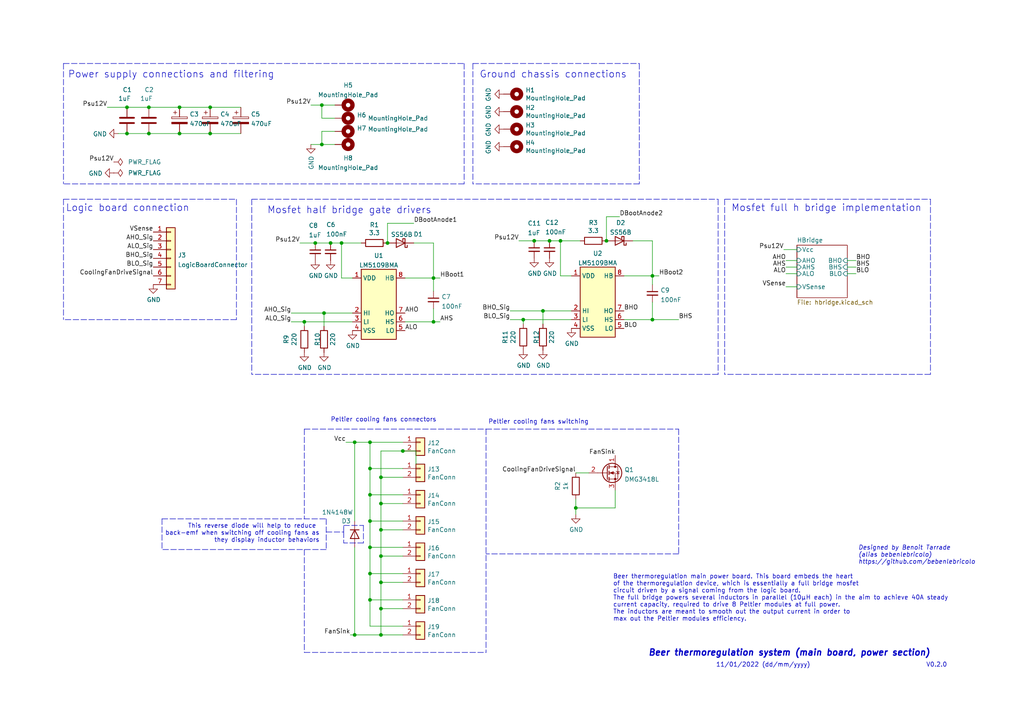
<source format=kicad_sch>
(kicad_sch (version 20211123) (generator eeschema)
  (paper "A4")
  (lib_symbols
    (symbol "Connector_Generic:Conn_01x02" (pin_names (offset 1.016) hide)
      (property "Reference" "J" (at 0 2.54 0))
      (property "Value" "Conn_01x02" (at 0 -5.08 0))
      (symbol "Conn_01x02_1_1"
        (rectangle (start -1.27 -2.413) (end 0 -2.667) (stroke (width 0.1524)))
        (rectangle (start -1.27 0.127) (end 0 -0.127) (stroke (width 0.1524)))
        (rectangle (start -1.27 1.27) (end 1.27 -3.81) (stroke (width 0.254)) (fill (type background)))
        (pin passive line (at -5.08 0 0) (length 3.81) (name "Pin_1") (number "1"))
        (pin passive line (at -5.08 -2.54 0) (length 3.81) (name "Pin_2") (number "2"))
      )
    )
    (symbol "Connector_Generic:Conn_01x07" (pin_names (offset 1.016) hide)
      (property "Reference" "J" (at 0 10.16 0))
      (property "Value" "Conn_01x07" (at 0 -10.16 0))
      (symbol "Conn_01x07_1_1"
        (rectangle (start -1.27 -7.493) (end 0 -7.747) (stroke (width 0.1524)))
        (rectangle (start -1.27 -4.953) (end 0 -5.207) (stroke (width 0.1524)))
        (rectangle (start -1.27 -2.413) (end 0 -2.667) (stroke (width 0.1524)))
        (rectangle (start -1.27 0.127) (end 0 -0.127) (stroke (width 0.1524)))
        (rectangle (start -1.27 2.667) (end 0 2.413) (stroke (width 0.1524)))
        (rectangle (start -1.27 5.207) (end 0 4.953) (stroke (width 0.1524)))
        (rectangle (start -1.27 7.747) (end 0 7.493) (stroke (width 0.1524)))
        (rectangle (start -1.27 8.89) (end 1.27 -8.89) (stroke (width 0.254)) (fill (type background)))
        (pin passive line (at -5.08 7.62 0) (length 3.81) (name "Pin_1") (number "1"))
        (pin passive line (at -5.08 5.08 0) (length 3.81) (name "Pin_2") (number "2"))
        (pin passive line (at -5.08 2.54 0) (length 3.81) (name "Pin_3") (number "3"))
        (pin passive line (at -5.08 0 0) (length 3.81) (name "Pin_4") (number "4"))
        (pin passive line (at -5.08 -2.54 0) (length 3.81) (name "Pin_5") (number "5"))
        (pin passive line (at -5.08 -5.08 0) (length 3.81) (name "Pin_6") (number "6"))
        (pin passive line (at -5.08 -7.62 0) (length 3.81) (name "Pin_7") (number "7"))
      )
    )
    (symbol "Device:C" (pin_numbers hide) (pin_names (offset 0.254))
      (property "Reference" "C" (at 0.635 2.54 0))
      (property "Value" "C" (at 0.635 -2.54 0))
      (symbol "C_0_1"
        (polyline (pts (xy -2.032 -0.762) (xy 2.032 -0.762)) (stroke (width 0.508)))
        (polyline (pts (xy -2.032 0.762) (xy 2.032 0.762)) (stroke (width 0.508)))
      )
      (symbol "C_1_1"
        (pin passive line (at 0 3.81 270) (length 2.794) (name "~") (number "1"))
        (pin passive line (at 0 -3.81 90) (length 2.794) (name "~") (number "2"))
      )
    )
    (symbol "Device:C_Polarized" (pin_numbers hide) (pin_names (offset 0.254))
      (property "Reference" "C" (at 0.635 2.54 0))
      (property "Value" "C_Polarized" (at 0.635 -2.54 0))
      (symbol "C_Polarized_0_1"
        (rectangle (start -2.286 0.508) (end 2.286 1.016))
        (polyline (pts (xy -1.778 2.286) (xy -0.762 2.286)))
        (polyline (pts (xy -1.27 2.794) (xy -1.27 1.778)))
        (rectangle (start 2.286 -0.508) (end -2.286 -1.016) (fill (type outline)))
      )
      (symbol "C_Polarized_1_1"
        (pin passive line (at 0 3.81 270) (length 2.794) (name "~") (number "1"))
        (pin passive line (at 0 -3.81 90) (length 2.794) (name "~") (number "2"))
      )
    )
    (symbol "Device:C_Small" (pin_numbers hide) (pin_names (offset 0.254) hide)
      (property "Reference" "C" (at 0.254 1.778 0))
      (property "Value" "C_Small" (at 0.254 -2.032 0))
      (symbol "C_Small_0_1"
        (polyline (pts (xy -1.524 -0.508) (xy 1.524 -0.508)) (stroke (width 0.3302)))
        (polyline (pts (xy -1.524 0.508) (xy 1.524 0.508)) (stroke (width 0.3048)))
      )
      (symbol "C_Small_1_1"
        (pin passive line (at 0 2.54 270) (length 2.032) (name "~") (number "1"))
        (pin passive line (at 0 -2.54 90) (length 2.032) (name "~") (number "2"))
      )
    )
    (symbol "Device:D_Schottky" (pin_numbers hide) (pin_names (offset 1.016) hide)
      (property "Reference" "D" (at 0 2.54 0))
      (property "Value" "D_Schottky" (at 0 -2.54 0))
      (symbol "D_Schottky_0_1"
        (polyline (pts (xy 1.27 0) (xy -1.27 0)))
        (polyline (pts (xy 1.27 1.27) (xy 1.27 -1.27) (xy -1.27 0) (xy 1.27 1.27)) (stroke (width 0.254)))
        (polyline (pts (xy -1.905 0.635) (xy -1.905 1.27) (xy -1.27 1.27) (xy -1.27 -1.27) (xy -0.635 -1.27) (xy -0.635 -0.635)) (stroke (width 0.254)))
      )
      (symbol "D_Schottky_1_1"
        (pin passive line (at -3.81 0 0) (length 2.54) (name "K") (number "1"))
        (pin passive line (at 3.81 0 180) (length 2.54) (name "A") (number "2"))
      )
    )
    (symbol "Device:Q_NMOS_DGS" (pin_names (offset 0) hide)
      (property "Reference" "Q" (at 5.08 1.27 0))
      (property "Value" "Q_NMOS_DGS" (at 5.08 -1.27 0))
      (symbol "Q_NMOS_DGS_0_1"
        (polyline (pts (xy 0.254 0) (xy -2.54 0)))
        (polyline (pts (xy 0.254 1.905) (xy 0.254 -1.905)) (stroke (width 0.254)))
        (polyline (pts (xy 0.762 -1.27) (xy 0.762 -2.286)) (stroke (width 0.254)))
        (polyline (pts (xy 0.762 0.508) (xy 0.762 -0.508)) (stroke (width 0.254)))
        (polyline (pts (xy 0.762 2.286) (xy 0.762 1.27)) (stroke (width 0.254)))
        (polyline (pts (xy 2.54 2.54) (xy 2.54 1.778)))
        (polyline (pts (xy 2.54 -2.54) (xy 2.54 0) (xy 0.762 0)))
        (polyline (pts (xy 0.762 -1.778) (xy 3.302 -1.778) (xy 3.302 1.778) (xy 0.762 1.778)))
        (polyline (pts (xy 1.016 0) (xy 2.032 0.381) (xy 2.032 -0.381) (xy 1.016 0)) (fill (type outline)))
        (polyline (pts (xy 2.794 0.508) (xy 2.921 0.381) (xy 3.683 0.381) (xy 3.81 0.254)))
        (polyline (pts (xy 3.302 0.381) (xy 2.921 -0.254) (xy 3.683 -0.254) (xy 3.302 0.381)))
        (circle (center 1.651 0) (radius 2.794) (stroke (width 0.254)))
        (circle (center 2.54 -1.778) (radius 0.254) (fill (type outline)))
        (circle (center 2.54 1.778) (radius 0.254) (fill (type outline)))
      )
      (symbol "Q_NMOS_DGS_1_1"
        (pin passive line (at 2.54 5.08 270) (length 2.54) (name "D") (number "1"))
        (pin input line (at -5.08 0 0) (length 2.54) (name "G") (number "2"))
        (pin passive line (at 2.54 -5.08 90) (length 2.54) (name "S") (number "3"))
      )
    )
    (symbol "Device:R" (pin_numbers hide) (pin_names (offset 0))
      (property "Reference" "R" (at 2.032 0 90))
      (property "Value" "R" (at 0 0 90))
      (symbol "R_0_1"
        (rectangle (start -1.016 -2.54) (end 1.016 2.54) (stroke (width 0.254)))
      )
      (symbol "R_1_1"
        (pin passive line (at 0 3.81 270) (length 1.27) (name "~") (number "1"))
        (pin passive line (at 0 -3.81 90) (length 1.27) (name "~") (number "2"))
      )
    )
    (symbol "Diode:1N4148W" (pin_numbers hide) (pin_names (offset 1.016) hide)
      (property "Reference" "D" (at 0 2.54 0))
      (property "Value" "1N4148W" (at 0 -2.54 0))
      (symbol "1N4148W_0_1"
        (polyline (pts (xy -1.27 1.27) (xy -1.27 -1.27)) (stroke (width 0.254)))
        (polyline (pts (xy 1.27 0) (xy -1.27 0)))
        (polyline (pts (xy 1.27 1.27) (xy 1.27 -1.27) (xy -1.27 0) (xy 1.27 1.27)) (stroke (width 0.254)))
      )
      (symbol "1N4148W_1_1"
        (pin passive line (at -3.81 0 0) (length 2.54) (name "K") (number "1"))
        (pin passive line (at 3.81 0 180) (length 2.54) (name "A") (number "2"))
      )
    )
    (symbol "Driver_FET:LM5109BMA"
      (property "Reference" "U" (at 0 13.97 0))
      (property "Value" "LM5109BMA" (at 0 11.43 0))
      (symbol "LM5109BMA_0_1"
        (rectangle (start -5.08 -10.16) (end 5.08 10.16) (stroke (width 0.254)) (fill (type background)))
      )
      (symbol "LM5109BMA_1_1"
        (pin power_in line (at -7.62 7.62 0) (length 2.54) (name "VDD") (number "1"))
        (pin input line (at -7.62 -2.54 0) (length 2.54) (name "HI") (number "2"))
        (pin input line (at -7.62 -5.08 0) (length 2.54) (name "LI") (number "3"))
        (pin power_in line (at -7.62 -7.62 0) (length 2.54) (name "VSS") (number "4"))
        (pin output line (at 7.62 -7.62 180) (length 2.54) (name "LO") (number "5"))
        (pin passive line (at 7.62 -5.08 180) (length 2.54) (name "HS") (number "6"))
        (pin output line (at 7.62 -2.54 180) (length 2.54) (name "HO") (number "7"))
        (pin passive line (at 7.62 7.62 180) (length 2.54) (name "HB") (number "8"))
      )
    )
    (symbol "Mechanical:MountingHole_Pad" (pin_numbers hide) (pin_names (offset 1.016) hide)
      (property "Reference" "H" (at 0 6.35 0))
      (property "Value" "MountingHole_Pad" (at 0 4.445 0))
      (symbol "MountingHole_Pad_0_1"
        (circle (center 0 1.27) (radius 1.27) (stroke (width 1.27)))
      )
      (symbol "MountingHole_Pad_1_1"
        (pin input line (at 0 -2.54 90) (length 2.54) (name "1") (number "1"))
      )
    )
    (symbol "power:GND" (power) (pin_names (offset 0))
      (property "Value" "GND" (at 0 -3.81 0))
      (symbol "GND_0_1"
        (polyline (pts (xy 0 0) (xy 0 -1.27) (xy 1.27 -1.27) (xy 0 -2.54) (xy -1.27 -1.27) (xy 0 -1.27)))
      )
      (symbol "GND_1_1"
        (pin power_in line (at 0 0 270) (length 0) hide (name "GND") (number "1"))
      )
    )
    (symbol "power:PWR_FLAG" (power) (pin_numbers hide) (pin_names (offset 0) hide)
      (property "Value" "PWR_FLAG" (at 0 3.81 0))
      (symbol "PWR_FLAG_0_0"
        (pin power_out line (at 0 0 90) (length 0) (name "pwr") (number "1"))
      )
      (symbol "PWR_FLAG_0_1"
        (polyline (pts (xy 0 0) (xy 0 1.27) (xy -1.016 1.905) (xy 0 2.54) (xy 1.016 1.905) (xy 0 1.27)))
      )
    )
  )
  (junction (at 110.49 168.91))
  (junction (at 112.395 70.485))
  (junction (at 157.48 90.17))
  (junction (at 110.49 138.43))
  (junction (at 159.385 69.85))
  (junction (at 60.96 38.735))
  (junction (at 88.265 93.345))
  (junction (at 107.315 128.27))
  (junction (at 99.06 70.485))
  (junction (at 125.73 80.645))
  (junction (at 91.44 70.485))
  (junction (at 93.98 90.805))
  (junction (at 107.315 166.37))
  (junction (at 116.84 130.81))
  (junction (at 189.23 80.01))
  (junction (at 110.49 161.29))
  (junction (at 175.895 69.85))
  (junction (at 60.96 31.115))
  (junction (at 107.315 173.99))
  (junction (at 36.83 38.735))
  (junction (at 52.07 38.735))
  (junction (at 43.18 38.735))
  (junction (at 52.07 31.115))
  (junction (at 107.315 143.51))
  (junction (at 107.315 158.75))
  (junction (at 43.18 31.115))
  (junction (at 189.23 92.71))
  (junction (at 162.56 69.85))
  (junction (at 95.885 70.485))
  (junction (at 110.49 153.67))
  (junction (at 107.315 135.89))
  (junction (at 110.49 146.05))
  (junction (at 102.87 128.27))
  (junction (at 125.73 93.345))
  (junction (at 167.005 147.32))
  (junction (at 110.49 176.53))
  (junction (at 36.83 31.115))
  (junction (at 154.94 69.85))
  (junction (at 102.87 184.15))
  (junction (at 93.345 30.48))
  (junction (at 93.345 41.91))
  (junction (at 151.765 92.71))
  (junction (at 107.315 151.13))
  (junction (at 110.49 184.15))
  (wire (pts (xy 116.84 158.75) (xy 107.315 158.75)))
  (wire (pts (xy 116.84 168.91) (xy 110.49 168.91)))
  (wire (pts (xy 88.265 93.345) (xy 88.265 94.615)))
  (wire (pts (xy 116.84 176.53) (xy 110.49 176.53)))
  (polyline (pts (xy 137.16 18.415) (xy 137.16 53.34)))
  (wire (pts (xy 112.395 64.77) (xy 120.015 64.77)))
  (wire (pts (xy 189.23 87.63) (xy 189.23 92.71)))
  (polyline (pts (xy 185.42 53.34) (xy 137.16 53.34)))
  (polyline (pts (xy 269.875 108.585) (xy 210.185 108.585)))
  (wire (pts (xy 34.29 38.735) (xy 36.83 38.735)))
  (wire (pts (xy 120.65 130.81) (xy 116.84 130.81)))
  (wire (pts (xy 116.84 166.37) (xy 107.315 166.37)))
  (wire (pts (xy 227.965 79.375) (xy 231.14 79.375)))
  (wire (pts (xy 178.435 147.32) (xy 167.005 147.32)))
  (polyline (pts (xy 134.62 53.34) (xy 18.415 53.34)))
  (wire (pts (xy 52.07 31.115) (xy 60.96 31.115)))
  (wire (pts (xy 107.315 173.99) (xy 107.315 181.61)))
  (wire (pts (xy 93.345 34.29) (xy 97.155 34.29)))
  (wire (pts (xy 150.495 69.85) (xy 154.94 69.85)))
  (wire (pts (xy 110.49 168.91) (xy 110.49 176.53)))
  (wire (pts (xy 125.73 93.345) (xy 127.635 93.345)))
  (polyline (pts (xy 210.185 57.785) (xy 210.185 108.585)))
  (polyline (pts (xy 68.58 57.785) (xy 68.58 92.71)))
  (polyline (pts (xy 140.97 124.46) (xy 196.85 124.46)))
  (wire (pts (xy 36.83 31.115) (xy 43.18 31.115)))
  (polyline (pts (xy 99.695 154.305) (xy 99.695 152.4)))
  (wire (pts (xy 168.275 69.85) (xy 162.56 69.85)))
  (wire (pts (xy 125.73 70.485) (xy 125.73 80.645)))
  (polyline (pts (xy 269.875 57.785) (xy 269.875 108.585)))
  (wire (pts (xy 104.775 70.485) (xy 99.06 70.485)))
  (wire (pts (xy 107.315 158.75) (xy 107.315 166.37)))
  (wire (pts (xy 93.345 30.48) (xy 97.155 30.48)))
  (polyline (pts (xy 137.16 18.415) (xy 185.42 18.415)))
  (polyline (pts (xy 88.265 189.23) (xy 140.97 189.23)))
  (polyline (pts (xy 18.415 18.415) (xy 134.62 18.415)))
  (wire (pts (xy 175.895 69.85) (xy 175.895 62.865)))
  (wire (pts (xy 125.73 93.345) (xy 125.73 89.535)))
  (wire (pts (xy 110.49 130.81) (xy 110.49 138.43)))
  (wire (pts (xy 110.49 146.05) (xy 110.49 153.67)))
  (wire (pts (xy 84.455 93.345) (xy 88.265 93.345)))
  (wire (pts (xy 180.975 92.71) (xy 189.23 92.71)))
  (wire (pts (xy 116.84 146.05) (xy 110.49 146.05)))
  (wire (pts (xy 227.965 75.565) (xy 231.14 75.565)))
  (polyline (pts (xy 73.025 57.785) (xy 208.28 57.785)))
  (polyline (pts (xy 94.615 154.305) (xy 99.695 154.305)))
  (wire (pts (xy 117.475 80.645) (xy 125.73 80.645)))
  (wire (pts (xy 120.015 70.485) (xy 125.73 70.485)))
  (wire (pts (xy 175.895 62.865) (xy 179.705 62.865)))
  (wire (pts (xy 99.06 80.645) (xy 102.235 80.645)))
  (polyline (pts (xy 196.85 160.655) (xy 140.97 160.655)))
  (wire (pts (xy 90.17 41.91) (xy 93.345 41.91)))
  (wire (pts (xy 93.345 30.48) (xy 93.345 34.29)))
  (wire (pts (xy 245.745 79.375) (xy 248.285 79.375)))
  (polyline (pts (xy 73.025 57.785) (xy 73.025 108.585)))
  (wire (pts (xy 178.435 142.24) (xy 178.435 147.32)))
  (polyline (pts (xy 46.99 150.495) (xy 46.99 159.385)))
  (wire (pts (xy 110.49 161.29) (xy 110.49 168.91)))
  (wire (pts (xy 107.315 151.13) (xy 107.315 158.75)))
  (wire (pts (xy 227.965 83.185) (xy 231.14 83.185)))
  (wire (pts (xy 91.44 70.485) (xy 95.885 70.485)))
  (polyline (pts (xy 196.85 124.46) (xy 196.85 160.655)))
  (wire (pts (xy 43.18 38.735) (xy 52.07 38.735)))
  (wire (pts (xy 227.965 77.47) (xy 231.14 77.47)))
  (polyline (pts (xy 210.185 57.785) (xy 269.875 57.785)))
  (wire (pts (xy 120.65 134.62) (xy 120.65 130.81)))
  (polyline (pts (xy 94.615 150.495) (xy 94.615 159.385)))
  (wire (pts (xy 102.87 128.27) (xy 107.315 128.27)))
  (polyline (pts (xy 18.415 57.785) (xy 68.58 57.785)))
  (polyline (pts (xy 185.42 18.415) (xy 185.42 53.34)))
  (wire (pts (xy 116.84 130.81) (xy 110.49 130.81)))
  (polyline (pts (xy 18.415 57.785) (xy 18.415 92.71)))
  (polyline (pts (xy 46.99 150.495) (xy 94.615 150.495)))
  (wire (pts (xy 102.87 158.75) (xy 102.87 184.15)))
  (wire (pts (xy 86.995 70.485) (xy 91.44 70.485)))
  (wire (pts (xy 167.005 137.16) (xy 170.815 137.16)))
  (wire (pts (xy 159.385 69.85) (xy 162.56 69.85)))
  (polyline (pts (xy 134.62 18.415) (xy 134.62 53.34)))
  (wire (pts (xy 116.84 173.99) (xy 107.315 173.99)))
  (wire (pts (xy 110.49 184.15) (xy 116.84 184.15)))
  (wire (pts (xy 107.315 181.61) (xy 116.84 181.61)))
  (polyline (pts (xy 140.97 124.46) (xy 140.97 189.23)))
  (wire (pts (xy 110.49 153.67) (xy 110.49 161.29)))
  (wire (pts (xy 102.87 128.27) (xy 102.87 151.13)))
  (wire (pts (xy 90.17 30.48) (xy 93.345 30.48)))
  (wire (pts (xy 100.33 128.27) (xy 102.87 128.27)))
  (wire (pts (xy 110.49 138.43) (xy 110.49 146.05)))
  (wire (pts (xy 167.005 147.32) (xy 167.005 144.78)))
  (wire (pts (xy 116.84 128.27) (xy 107.315 128.27)))
  (wire (pts (xy 93.345 41.91) (xy 97.155 41.91)))
  (wire (pts (xy 52.07 38.735) (xy 60.96 38.735)))
  (polyline (pts (xy 88.265 159.385) (xy 88.265 189.23)))
  (polyline (pts (xy 88.265 124.46) (xy 140.97 124.46)))
  (wire (pts (xy 162.56 69.85) (xy 162.56 80.01)))
  (polyline (pts (xy 208.28 108.585) (xy 73.025 108.585)))
  (wire (pts (xy 93.98 90.805) (xy 102.235 90.805)))
  (wire (pts (xy 125.73 80.645) (xy 125.73 84.455)))
  (wire (pts (xy 97.155 38.1) (xy 93.345 38.1)))
  (polyline (pts (xy 68.58 92.71) (xy 18.415 92.71)))
  (polyline (pts (xy 105.41 152.4) (xy 105.41 157.48)))
  (wire (pts (xy 36.83 38.735) (xy 43.18 38.735)))
  (wire (pts (xy 167.005 147.32) (xy 167.005 149.225)))
  (wire (pts (xy 154.94 69.85) (xy 159.385 69.85)))
  (wire (pts (xy 43.18 31.115) (xy 52.07 31.115)))
  (wire (pts (xy 189.23 92.71) (xy 196.85 92.71)))
  (wire (pts (xy 116.84 161.29) (xy 110.49 161.29)))
  (polyline (pts (xy 18.415 18.415) (xy 18.415 53.34)))
  (wire (pts (xy 116.84 135.89) (xy 107.315 135.89)))
  (wire (pts (xy 157.48 90.17) (xy 165.735 90.17)))
  (wire (pts (xy 227.33 72.39) (xy 231.14 72.39)))
  (wire (pts (xy 60.96 31.115) (xy 69.85 31.115)))
  (wire (pts (xy 147.955 90.17) (xy 157.48 90.17)))
  (wire (pts (xy 110.49 176.53) (xy 110.49 184.15)))
  (polyline (pts (xy 94.615 159.385) (xy 46.99 159.385)))
  (wire (pts (xy 117.475 93.345) (xy 125.73 93.345)))
  (wire (pts (xy 116.84 151.13) (xy 107.315 151.13)))
  (wire (pts (xy 245.745 75.565) (xy 248.285 75.565)))
  (polyline (pts (xy 88.265 124.46) (xy 88.265 150.495)))
  (wire (pts (xy 189.23 80.01) (xy 189.23 82.55)))
  (wire (pts (xy 93.345 38.1) (xy 93.345 41.91)))
  (wire (pts (xy 116.84 138.43) (xy 110.49 138.43)))
  (wire (pts (xy 102.87 184.15) (xy 110.49 184.15)))
  (wire (pts (xy 245.745 77.47) (xy 248.285 77.47)))
  (wire (pts (xy 183.515 69.85) (xy 189.23 69.85)))
  (wire (pts (xy 107.315 143.51) (xy 107.315 151.13)))
  (wire (pts (xy 112.395 64.77) (xy 112.395 70.485)))
  (polyline (pts (xy 208.28 57.785) (xy 208.28 108.585)))
  (polyline (pts (xy 99.695 154.305) (xy 99.695 157.48)))
  (wire (pts (xy 151.765 92.71) (xy 151.765 93.98)))
  (wire (pts (xy 84.455 90.805) (xy 93.98 90.805)))
  (wire (pts (xy 157.48 90.17) (xy 157.48 93.98)))
  (wire (pts (xy 95.885 70.485) (xy 99.06 70.485)))
  (wire (pts (xy 162.56 80.01) (xy 165.735 80.01)))
  (wire (pts (xy 88.265 93.345) (xy 102.235 93.345)))
  (wire (pts (xy 116.84 143.51) (xy 107.315 143.51)))
  (wire (pts (xy 99.06 70.485) (xy 99.06 80.645)))
  (wire (pts (xy 116.84 153.67) (xy 110.49 153.67)))
  (wire (pts (xy 107.315 135.89) (xy 107.315 143.51)))
  (wire (pts (xy 180.975 80.01) (xy 189.23 80.01)))
  (wire (pts (xy 189.23 69.85) (xy 189.23 80.01)))
  (polyline (pts (xy 99.695 152.4) (xy 105.41 152.4)))
  (wire (pts (xy 101.6 184.15) (xy 102.87 184.15)))
  (wire (pts (xy 147.955 92.71) (xy 151.765 92.71)))
  (wire (pts (xy 151.765 92.71) (xy 165.735 92.71)))
  (polyline (pts (xy 105.41 157.48) (xy 99.695 157.48)))
  (wire (pts (xy 93.98 90.805) (xy 93.98 94.615)))
  (wire (pts (xy 60.96 38.735) (xy 69.85 38.735)))
  (wire (pts (xy 31.115 31.115) (xy 36.83 31.115)))
  (wire (pts (xy 125.73 80.645) (xy 127.635 80.645)))
  (wire (pts (xy 107.315 166.37) (xy 107.315 173.99)))
  (wire (pts (xy 107.315 128.27) (xy 107.315 135.89)))
  (wire (pts (xy 189.23 80.01) (xy 191.135 80.01)))
  (text "Peltier cooling fans connectors" (at 95.885 122.555 0) (effects (font (size 1.27 1.27)) (justify left bottom)))
  (text "Logic board connection" (at 19.05 61.595 0) (effects (font (size 2 2)) (justify left bottom)))
  (text "This reverse diode will help to reduce \nback-emf when switching off cooling fans as\nthey display inductor behaviors" (at 92.71 157.48 0) (effects (font (size 1.27 1.27)) (justify right bottom)))
  (text "Mosfet half bridge gate drivers" (at 77.47 62.23 0) (effects (font (size 2 2)) (justify left bottom)))
  (text "Designed by Benoit Tarrade\n(alias bebenlebricolo)\nhttps://github.com/bebenlebricolo" (at 248.92 163.83 0) (effects (font (size 1.27 1.27) italic) (justify left bottom)))
  (text "11/01/2022 (dd/mm/yyyy)" (at 207.645 193.675 0) (effects (font (size 1.27 1.27)) (justify left bottom)))
  (text "Ground chassis connections" (at 139.065 22.86 0) (effects (font (size 2 2)) (justify left bottom)))
  (text "Peltier cooling fans switching" (at 141.605 123.19 0) (effects (font (size 1.27 1.27)) (justify left bottom)))
  (text "Mosfet full h bridge implementation" (at 212.09 61.595 0) (effects (font (size 2 2)) (justify left bottom)))
  (text "Power supply connections and filtering" (at 19.685 22.86 0) (effects (font (size 2 2)) (justify left bottom)))
  (text "V0.2.0" (at 268.605 193.675 0) (effects (font (size 1.27 1.27)) (justify left bottom)))
  (text "Beer thermoregulation main power board. This board embeds the heart\nof the thermoregulation device, which is essentially a full bridge mosfet\ncircuit driven by a signal coming from the logic board.\nThe full bridge powers several inductors in parallel (10µH each) in the aim to achieve 40A steady \ncurrent capacity, required to drive 8 Peltier modules at full power.\nThe inductors are meant to smooth out the output current in order to\nmax out the Peltier modules efficiency." (at 177.8 180.34 0) (effects (font (size 1.27 1.27)) (justify left bottom)))
  (text "Beer thermoregulation system (main board, power section)" (at 187.96 190.5 0) (effects (font (size 1.8034 1.8034) (thickness 0.3607) bold italic) (justify left bottom)))
  (label "AHO" (at 117.475 90.805 0))
  (label "ALO_Sig" (at 84.455 93.345 180))
  (label "Psu12V" (at 31.115 31.115 180))
  (label "BHO_Sig" (at 147.955 90.17 180))
  (label "Psu12V" (at 227.33 72.39 180))
  (label "Psu12V" (at 90.17 30.48 180))
  (label "BLO" (at 180.975 95.25 0))
  (label "AHS" (at 127.635 93.345 0))
  (label "BHO_Sig" (at 44.45 74.93 180))
  (label "HBoot1" (at 127.635 80.645 0))
  (label "FanSink" (at 178.435 132.08 180))
  (label "Psu12V" (at 86.995 70.485 180))
  (label "AHO" (at 227.965 75.565 180))
  (label "AHO_Sig" (at 84.455 90.805 180))
  (label "BLO_Sig" (at 147.955 92.71 180))
  (label "ALO" (at 117.475 95.885 0))
  (label "AHO_Sig" (at 44.45 69.85 180))
  (label "BLO_Sig" (at 44.45 77.47 180))
  (label "DBootAnode2" (at 179.705 62.865 0))
  (label "CoolingFanDriveSignal" (at 167.005 137.16 180))
  (label "ALO_Sig" (at 44.45 72.39 180))
  (label "ALO" (at 227.965 79.375 180))
  (label "Psu12V" (at 150.495 69.85 180))
  (label "FanSink" (at 101.6 184.15 180))
  (label "Psu12V" (at 33.02 46.99 180))
  (label "BHO" (at 248.285 75.565 0))
  (label "Vcc" (at 100.33 128.27 180))
  (label "CoolingFanDriveSignal" (at 44.45 80.01 180))
  (label "BHS" (at 196.85 92.71 0))
  (label "BHO" (at 180.975 90.17 0))
  (label "BHS" (at 248.285 77.47 0))
  (label "DBootAnode1" (at 120.015 64.77 0))
  (label "BLO" (at 248.285 79.375 0))
  (label "VSense" (at 227.965 83.185 180))
  (label "VSense" (at 44.45 67.31 180))
  (label "HBoot2" (at 191.135 80.01 0))
  (label "AHS" (at 227.965 77.47 180))
  (symbol (lib_id "power:GND") (at 34.29 38.735 270) (unit 1)
    (property "Reference" "#PWR02" (effects hide))
    (property "Value" "GND" (at 31.0388 38.862 90) (effects (justify right)))
  )
  (symbol (lib_id "Device:C") (at 43.18 34.925 0) (unit 1)
    (property "Reference" "C2" (at 41.91 26.035 0) (effects (justify left)))
    (property "Value" "1uF" (at 40.64 28.575 0) (effects (justify left)))
    (property "Footprint" "Capacitor_SMD:C_1206_3216Metric_Pad1.33x1.80mm_HandSolder" (effects hide))
  )
  (symbol (lib_id "Device:C") (at 36.83 34.925 0) (unit 1)
    (property "Reference" "C1" (at 35.56 26.035 0) (effects (justify left)))
    (property "Value" "1uF" (at 34.29 28.575 0) (effects (justify left)))
    (property "Footprint" "Capacitor_SMD:C_1206_3216Metric_Pad1.33x1.80mm_HandSolder" (effects hide))
  )
  (symbol (lib_id "Connector_Generic:Conn_01x02") (at 121.92 128.27 0) (unit 1)
    (property "Reference" "J12" (at 123.952 128.4732 0) (effects (justify left)))
    (property "Value" "FanConn" (at 123.952 130.7846 0) (effects (justify left)))
    (property "Footprint" "Connector_PinSocket_2.54mm:PinSocket_1x02_P2.54mm_Vertical" (effects hide))
  )
  (symbol (lib_id "Connector_Generic:Conn_01x02") (at 121.92 135.89 0) (unit 1)
    (property "Reference" "J13" (at 123.952 136.0932 0) (effects (justify left)))
    (property "Value" "FanConn" (at 123.952 138.4046 0) (effects (justify left)))
    (property "Footprint" "Connector_PinSocket_2.54mm:PinSocket_1x02_P2.54mm_Vertical" (effects hide))
  )
  (symbol (lib_id "Connector_Generic:Conn_01x02") (at 121.92 143.51 0) (unit 1)
    (property "Reference" "J14" (at 123.952 143.7132 0) (effects (justify left)))
    (property "Value" "FanConn" (at 123.952 146.0246 0) (effects (justify left)))
    (property "Footprint" "Connector_PinSocket_2.54mm:PinSocket_1x02_P2.54mm_Vertical" (effects hide))
  )
  (symbol (lib_id "Connector_Generic:Conn_01x02") (at 121.92 151.13 0) (unit 1)
    (property "Reference" "J15" (at 123.952 151.3332 0) (effects (justify left)))
    (property "Value" "FanConn" (at 123.952 153.6446 0) (effects (justify left)))
    (property "Footprint" "Connector_PinSocket_2.54mm:PinSocket_1x02_P2.54mm_Vertical" (effects hide))
  )
  (symbol (lib_id "Connector_Generic:Conn_01x02") (at 121.92 158.75 0) (unit 1)
    (property "Reference" "J16" (at 123.952 158.9532 0) (effects (justify left)))
    (property "Value" "FanConn" (at 123.952 161.2646 0) (effects (justify left)))
    (property "Footprint" "Connector_PinSocket_2.54mm:PinSocket_1x02_P2.54mm_Vertical" (effects hide))
  )
  (symbol (lib_id "Connector_Generic:Conn_01x02") (at 121.92 166.37 0) (unit 1)
    (property "Reference" "J17" (at 123.952 166.5732 0) (effects (justify left)))
    (property "Value" "FanConn" (at 123.952 168.8846 0) (effects (justify left)))
    (property "Footprint" "Connector_PinSocket_2.54mm:PinSocket_1x02_P2.54mm_Vertical" (effects hide))
  )
  (symbol (lib_id "Connector_Generic:Conn_01x02") (at 121.92 173.99 0) (unit 1)
    (property "Reference" "J18" (at 123.952 174.1932 0) (effects (justify left)))
    (property "Value" "FanConn" (at 123.952 176.5046 0) (effects (justify left)))
    (property "Footprint" "Connector_PinSocket_2.54mm:PinSocket_1x02_P2.54mm_Vertical" (effects hide))
  )
  (symbol (lib_id "Connector_Generic:Conn_01x02") (at 121.92 181.61 0) (unit 1)
    (property "Reference" "J19" (at 123.952 181.8132 0) (effects (justify left)))
    (property "Value" "FanConn" (at 123.952 184.1246 0) (effects (justify left)))
    (property "Footprint" "Connector_PinSocket_2.54mm:PinSocket_1x02_P2.54mm_Vertical" (effects hide))
  )
  (symbol (lib_id "Mechanical:MountingHole_Pad") (at 148.59 27.305 270) (unit 1)
    (property "Reference" "H1" (at 152.4 26.1366 90) (effects (justify left)))
    (property "Value" "MountingHole_Pad" (at 152.4 28.448 90) (effects (justify left)))
    (property "Footprint" "MountingHole:MountingHole_4mm_Pad_Via" (effects hide))
  )
  (symbol (lib_id "power:GND") (at 146.05 27.305 270) (unit 1)
    (property "Reference" "#PWR015" (effects hide))
    (property "Value" "GND" (at 141.6558 27.432 0))
  )
  (symbol (lib_id "Mechanical:MountingHole_Pad") (at 148.59 32.385 270) (unit 1)
    (property "Reference" "H2" (at 152.4 31.2166 90) (effects (justify left)))
    (property "Value" "MountingHole_Pad" (at 152.4 33.528 90) (effects (justify left)))
    (property "Footprint" "MountingHole:MountingHole_4mm_Pad_Via" (effects hide))
  )
  (symbol (lib_id "power:GND") (at 146.05 32.385 270) (unit 1)
    (property "Reference" "#PWR016" (effects hide))
    (property "Value" "GND" (at 141.6558 32.512 0))
  )
  (symbol (lib_id "Mechanical:MountingHole_Pad") (at 148.59 37.465 270) (unit 1)
    (property "Reference" "H3" (at 152.4 36.2966 90) (effects (justify left)))
    (property "Value" "MountingHole_Pad" (at 152.4 38.608 90) (effects (justify left)))
    (property "Footprint" "MountingHole:MountingHole_4mm_Pad_Via" (effects hide))
  )
  (symbol (lib_id "power:GND") (at 146.05 37.465 270) (unit 1)
    (property "Reference" "#PWR017" (effects hide))
    (property "Value" "GND" (at 141.6558 37.592 0))
  )
  (symbol (lib_id "Mechanical:MountingHole_Pad") (at 148.59 42.545 270) (unit 1)
    (property "Reference" "H4" (at 152.4 41.3766 90) (effects (justify left)))
    (property "Value" "MountingHole_Pad" (at 152.4 43.688 90) (effects (justify left)))
    (property "Footprint" "MountingHole:MountingHole_4mm_Pad_Via" (effects hide))
  )
  (symbol (lib_id "power:GND") (at 146.05 42.545 270) (unit 1)
    (property "Reference" "#PWR018" (effects hide))
    (property "Value" "GND" (at 141.6558 42.672 0))
  )
  (symbol (lib_id "power:GND") (at 44.45 82.55 0) (unit 1)
    (property "Reference" "#PWR05" (effects hide))
    (property "Value" "GND" (at 44.577 86.9442 0))
  )
  (symbol (lib_id "power:GND") (at 33.02 50.165 270) (unit 1)
    (property "Reference" "#PWR04" (effects hide))
    (property "Value" "GND" (at 29.7688 50.292 90) (effects (justify right)))
  )
  (symbol (lib_id "power:PWR_FLAG") (at 33.02 50.165 270) (unit 1)
    (property "Reference" "#FLG0101" (effects hide))
    (property "Value" "PWR_FLAG" (at 41.91 50.165 90))
  )
  (symbol (lib_id "power:PWR_FLAG") (at 33.02 46.99 270) (unit 1)
    (property "Reference" "#FLG0102" (effects hide))
    (property "Value" "PWR_FLAG" (at 41.91 46.99 90))
  )
  (symbol (lib_id "power:GND") (at 90.17 41.91 0) (unit 1)
    (property "Reference" "#PWR0102" (effects hide))
    (property "Value" "GND" (at 90.297 45.1612 90) (effects (justify right)))
  )
  (symbol (lib_id "power:GND") (at 165.735 95.25 0) (unit 1)
    (property "Reference" "#PWR010" (effects hide))
    (property "Value" "GND" (at 165.862 99.6442 0))
  )
  (symbol (lib_id "Device:C_Small") (at 154.94 72.39 0) (unit 1)
    (property "Reference" "C11" (at 153.035 64.77 0) (effects (justify left)))
    (property "Value" "1uF" (at 153.035 67.5451 0) (effects (justify left)))
    (property "Footprint" "Capacitor_SMD:C_1206_3216Metric_Pad1.33x1.80mm_HandSolder" (effects hide))
  )
  (symbol (lib_id "Mechanical:MountingHole_Pad") (at 99.695 34.29 270) (unit 1)
    (property "Reference" "H6" (at 103.505 33.3815 90) (effects (justify left)))
    (property "Value" "MountingHole_Pad" (at 106.68 34.29 90) (effects (justify left)))
    (property "Footprint" "MountingHole:MountingHole_3mm_Pad_Via" (effects hide))
  )
  (symbol (lib_id "power:GND") (at 91.44 75.565 0) (unit 1)
    (property "Reference" "#PWR01" (effects hide))
    (property "Value" "GND" (at 91.567 79.9592 0))
  )
  (symbol (lib_id "Device:C_Small") (at 189.23 85.09 0) (unit 1)
    (property "Reference" "C9" (at 191.5541 84.1878 0) (effects (justify left)))
    (property "Value" "100nF" (at 191.5541 86.9629 0) (effects (justify left)))
    (property "Footprint" "Capacitor_SMD:C_1206_3216Metric_Pad1.33x1.80mm_HandSolder" (effects hide))
  )
  (symbol (lib_id "Device:C_Polarized") (at 69.85 34.925 0) (unit 1)
    (property "Reference" "C5" (at 72.771 33.1275 0) (effects (justify left)))
    (property "Value" "470uF" (at 72.771 35.9026 0) (effects (justify left)))
    (property "Footprint" "Capacitor_SMD:CP_Elec_10x10" (effects hide))
  )
  (symbol (lib_id "Device:C_Small") (at 159.385 72.39 0) (unit 1)
    (property "Reference" "C12" (at 158.115 64.5349 0) (effects (justify left)))
    (property "Value" "100nF" (at 158.115 67.31 0) (effects (justify left)))
    (property "Footprint" "Capacitor_SMD:C_1206_3216Metric_Pad1.33x1.80mm_HandSolder" (effects hide))
  )
  (symbol (lib_id "Device:R") (at 157.48 97.79 180) (unit 1)
    (property "Reference" "R12" (at 155.575 97.79 90))
    (property "Value" "220" (at 160.02 97.79 90))
    (property "Footprint" "Resistor_SMD:R_1206_3216Metric_Pad1.30x1.75mm_HandSolder" (effects hide))
  )
  (symbol (lib_id "Device:R") (at 108.585 70.485 270) (unit 1)
    (property "Reference" "R1" (at 108.585 65.2272 90))
    (property "Value" "3.3" (at 108.585 67.5386 90))
    (property "Footprint" "Resistor_SMD:R_1206_3216Metric_Pad1.30x1.75mm_HandSolder" (effects hide))
  )
  (symbol (lib_id "Driver_FET:LM5109BMA") (at 173.355 87.63 0) (unit 1)
    (property "Reference" "U2" (at 173.355 73.5035 0))
    (property "Value" "LM5109BMA" (at 173.355 76.2786 0))
    (property "Footprint" "Package_SO:SOIC-8_3.9x4.9mm_P1.27mm" (effects hide))
    (property "Datasheet" "http://www.ti.com/lit/ds/symlink/lm5109b.pdf" (effects hide))
  )
  (symbol (lib_id "Device:Q_NMOS_DGS") (at 175.895 137.16 0) (unit 1)
    (property "Reference" "Q1" (at 181.102 136.2515 0) (effects (justify left)))
    (property "Value" "DMG3418L" (at 181.102 139.0266 0) (effects (justify left)))
    (property "Footprint" "Package_TO_SOT_SMD:SOT-23" (effects hide))
  )
  (symbol (lib_id "Mechanical:MountingHole_Pad") (at 99.695 41.91 270) (unit 1)
    (property "Reference" "H8" (at 100.965 45.8375 90))
    (property "Value" "MountingHole_Pad" (at 100.965 48.6126 90))
    (property "Footprint" "MountingHole:MountingHole_3mm_Pad_Via" (effects hide))
  )
  (symbol (lib_id "Device:R") (at 151.765 97.79 0) (unit 1)
    (property "Reference" "R11" (at 146.5072 97.79 90))
    (property "Value" "220" (at 148.8186 97.79 90))
    (property "Footprint" "Resistor_SMD:R_1206_3216Metric_Pad1.30x1.75mm_HandSolder" (effects hide))
  )
  (symbol (lib_id "power:GND") (at 93.98 102.235 0) (unit 1)
    (property "Reference" "#PWR013" (effects hide))
    (property "Value" "GND" (at 94.107 106.6292 0))
  )
  (symbol (lib_id "Device:D_Schottky") (at 116.205 70.485 180) (unit 1)
    (property "Reference" "D1" (at 121.285 67.945 0))
    (property "Value" "SS56B" (at 116.5225 68.0236 0))
    (property "Footprint" "BTS-MainBoard-Power:SS56B" (effects hide))
    (property "Datasheet" "https://docs.rs-online.com/99ea/0900766b814bbf94.pdf" (effects hide))
  )
  (symbol (lib_id "Device:C_Small") (at 91.44 73.025 0) (unit 1)
    (property "Reference" "C8" (at 89.535 65.405 0) (effects (justify left)))
    (property "Value" "1uF" (at 89.535 68.1801 0) (effects (justify left)))
    (property "Footprint" "Capacitor_SMD:C_1206_3216Metric_Pad1.33x1.80mm_HandSolder" (effects hide))
  )
  (symbol (lib_id "power:GND") (at 95.885 75.565 0) (unit 1)
    (property "Reference" "#PWR06" (effects hide))
    (property "Value" "GND" (at 96.012 79.9592 0))
  )
  (symbol (lib_id "Device:D_Schottky") (at 179.705 69.85 180) (unit 1)
    (property "Reference" "D2" (at 180.0225 64.6135 0))
    (property "Value" "SS56B" (at 180.0225 67.3886 0))
    (property "Footprint" "BTS-MainBoard-Power:SS56B" (effects hide))
    (property "Datasheet" "https://docs.rs-online.com/99ea/0900766b814bbf94.pdf" (effects hide))
  )
  (symbol (lib_id "Device:C_Small") (at 95.885 73.025 0) (unit 1)
    (property "Reference" "C6" (at 94.615 65.1699 0) (effects (justify left)))
    (property "Value" "100nF" (at 94.615 67.945 0) (effects (justify left)))
    (property "Footprint" "Capacitor_SMD:C_1206_3216Metric_Pad1.33x1.80mm_HandSolder" (effects hide))
  )
  (symbol (lib_id "Mechanical:MountingHole_Pad") (at 99.695 38.1 270) (unit 1)
    (property "Reference" "H7" (at 103.505 37.1915 90) (effects (justify left)))
    (property "Value" "MountingHole_Pad" (at 106.68 37.465 90) (effects (justify left)))
    (property "Footprint" "MountingHole:MountingHole_3mm_Pad_Via" (effects hide))
  )
  (symbol (lib_id "Device:C_Small") (at 125.73 86.995 0) (unit 1)
    (property "Reference" "C7" (at 128.0541 86.0928 0) (effects (justify left)))
    (property "Value" "100nF" (at 128.0541 88.8679 0) (effects (justify left)))
    (property "Footprint" "Capacitor_SMD:C_1206_3216Metric_Pad1.33x1.80mm_HandSolder" (effects hide))
  )
  (symbol (lib_id "Device:C_Polarized") (at 60.96 34.925 0) (unit 1)
    (property "Reference" "C4" (at 63.881 33.1275 0) (effects (justify left)))
    (property "Value" "470uF" (at 63.881 35.9026 0) (effects (justify left)))
    (property "Footprint" "Capacitor_SMD:CP_Elec_10x10" (effects hide))
  )
  (symbol (lib_id "power:GND") (at 88.265 102.235 0) (unit 1)
    (property "Reference" "#PWR012" (effects hide))
    (property "Value" "GND" (at 88.392 106.6292 0))
  )
  (symbol (lib_id "power:GND") (at 151.765 101.6 0) (unit 1)
    (property "Reference" "#PWR014" (effects hide))
    (property "Value" "GND" (at 151.892 105.9942 0))
  )
  (symbol (lib_id "power:GND") (at 157.48 101.6 0) (unit 1)
    (property "Reference" "#PWR019" (effects hide))
    (property "Value" "GND" (at 157.607 105.9942 0))
  )
  (symbol (lib_id "Connector_Generic:Conn_01x07") (at 49.53 74.93 0) (unit 1)
    (property "Reference" "J3" (at 51.562 74.0215 0) (effects (justify left)))
    (property "Value" "LogicBoardConnector" (at 51.562 76.7966 0) (effects (justify left)))
    (property "Footprint" "Connector_PinHeader_2.54mm:PinHeader_1x07_P2.54mm_Vertical" (effects hide))
  )
  (symbol (lib_id "Device:R") (at 88.265 98.425 0) (unit 1)
    (property "Reference" "R9" (at 83.0072 98.425 90))
    (property "Value" "220" (at 85.3186 98.425 90))
    (property "Footprint" "Resistor_SMD:R_1206_3216Metric_Pad1.30x1.75mm_HandSolder" (effects hide))
  )
  (symbol (lib_id "power:GND") (at 167.005 149.225 0) (unit 1)
    (property "Reference" "#PWR08" (effects hide))
    (property "Value" "GND" (at 167.132 153.6192 0))
  )
  (symbol (lib_id "Device:R") (at 93.98 98.425 180) (unit 1)
    (property "Reference" "R10" (at 92.075 98.425 90))
    (property "Value" "220" (at 96.52 98.425 90))
    (property "Footprint" "Resistor_SMD:R_1206_3216Metric_Pad1.30x1.75mm_HandSolder" (effects hide))
  )
  (symbol (lib_id "Diode:1N4148W") (at 102.87 154.94 270) (unit 1)
    (property "Reference" "D3" (at 99.06 151.13 90) (effects (justify left)))
    (property "Value" "1N4148W" (at 93.345 148.59 90) (effects (justify left)))
    (property "Footprint" "Diode_SMD:D_SOD-123" (effects hide))
    (property "Datasheet" "https://www.vishay.com/docs/85748/1n4148w.pdf" (effects hide))
  )
  (symbol (lib_id "Device:R") (at 172.085 69.85 270) (unit 1)
    (property "Reference" "R3" (at 172.085 64.5922 90))
    (property "Value" "3.3" (at 172.085 66.9036 90))
    (property "Footprint" "Resistor_SMD:R_1206_3216Metric_Pad1.30x1.75mm_HandSolder" (effects hide))
  )
  (symbol (lib_id "Driver_FET:LM5109BMA") (at 109.855 88.265 0) (unit 1)
    (property "Reference" "U1" (at 109.855 74.1385 0))
    (property "Value" "LM5109BMA" (at 109.855 76.9136 0))
    (property "Footprint" "Package_SO:SOIC-8_3.9x4.9mm_P1.27mm" (effects hide))
    (property "Datasheet" "http://www.ti.com/lit/ds/symlink/lm5109b.pdf" (effects hide))
  )
  (symbol (lib_id "Device:R") (at 167.005 140.97 0) (unit 1)
    (property "Reference" "R2" (at 161.7472 140.97 90))
    (property "Value" "1k" (at 164.0586 140.97 90))
    (property "Footprint" "Resistor_SMD:R_1206_3216Metric_Pad1.30x1.75mm_HandSolder" (effects hide))
  )
  (symbol (lib_id "power:GND") (at 159.385 74.93 0) (unit 1)
    (property "Reference" "#PWR09" (effects hide))
    (property "Value" "GND" (at 159.512 79.3242 0))
  )
  (symbol (lib_id "power:GND") (at 102.235 95.885 0) (unit 1)
    (property "Reference" "#PWR07" (effects hide))
    (property "Value" "GND" (at 102.362 100.2792 0))
  )
  (symbol (lib_id "Device:C_Polarized") (at 52.07 34.925 0) (unit 1)
    (property "Reference" "C3" (at 54.991 33.1275 0) (effects (justify left)))
    (property "Value" "470uF" (at 54.991 35.9026 0) (effects (justify left)))
    (property "Footprint" "Capacitor_SMD:CP_Elec_10x10" (effects hide))
  )
  (symbol (lib_id "power:GND") (at 154.94 74.93 0) (unit 1)
    (property "Reference" "#PWR03" (effects hide))
    (property "Value" "GND" (at 155.067 79.3242 0))
  )
  (symbol (lib_id "Mechanical:MountingHole_Pad") (at 99.695 30.48 270) (unit 1)
    (property "Reference" "H5" (at 100.965 24.7355 90))
    (property "Value" "MountingHole_Pad" (at 100.965 27.5106 90))
    (property "Footprint" "MountingHole:MountingHole_3mm_Pad_Via" (effects hide))
  )
  (sheet (at 231.14 71.12) (size 14.605 15.24) (stroke (width 0.1524))
    (property "Sheet name" "HBridge" (at 231.14 70.4084 0) (effects (justify left bottom)))
    (property "Sheet file" "hbridge.kicad_sch" (at 231.14 86.9446 0) (effects (justify left top)))
    (pin "BHO" input (at 245.745 75.565 0))
    (pin "VSense" input (at 231.14 83.185 180))
    (pin "BHS" input (at 245.745 77.47 0))
    (pin "BLO" input (at 245.745 79.375 0))
    (pin "AHO" input (at 231.14 75.565 180))
    (pin "AHS" input (at 231.14 77.47 180))
    (pin "ALO" input (at 231.14 79.375 180))
    (pin "Vcc" input (at 231.14 72.39 180))
  )
)
</source>
